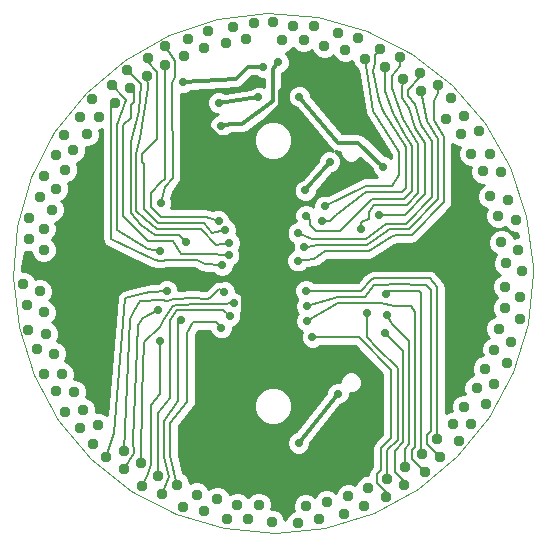
<source format=gbl>
G04 (created by PCBNEW-RS274X (2012-apr-16-27)-stable) date Mon 14 Apr 2014 09:24:50 PM EDT*
G01*
G70*
G90*
%MOIN*%
G04 Gerber Fmt 3.4, Leading zero omitted, Abs format*
%FSLAX34Y34*%
G04 APERTURE LIST*
%ADD10C,0.006000*%
%ADD11C,0.000400*%
%ADD12C,0.037000*%
%ADD13C,0.028000*%
%ADD14C,0.008000*%
%ADD15C,0.011800*%
%ADD16C,0.010000*%
G04 APERTURE END LIST*
G54D10*
G54D11*
X48032Y-39370D02*
X47867Y-41052D01*
X47378Y-42670D01*
X46584Y-44163D01*
X45516Y-45473D01*
X44213Y-46551D01*
X42726Y-47355D01*
X41111Y-47855D01*
X39430Y-48031D01*
X37747Y-47878D01*
X36126Y-47401D01*
X34628Y-46618D01*
X33310Y-45558D01*
X32223Y-44263D01*
X31409Y-42782D01*
X30898Y-41170D01*
X30709Y-39490D01*
X30851Y-37807D01*
X31317Y-36182D01*
X32090Y-34678D01*
X33140Y-33353D01*
X34427Y-32258D01*
X35903Y-31433D01*
X37510Y-30911D01*
X39189Y-30710D01*
X40874Y-30840D01*
X42502Y-31295D01*
X44011Y-32057D01*
X45343Y-33098D01*
X46448Y-34377D01*
X47283Y-35847D01*
X47816Y-37451D01*
X48028Y-39129D01*
X48032Y-39370D01*
G54D12*
X33386Y-45059D03*
X39350Y-47677D03*
X33346Y-33583D03*
X32952Y-34172D03*
X33558Y-34151D03*
X33164Y-34740D03*
X37835Y-47579D03*
X38544Y-47579D03*
X38189Y-47087D03*
X38898Y-47087D03*
X37520Y-46890D03*
X36825Y-46751D03*
X37076Y-47303D03*
X36381Y-47164D03*
X36181Y-46417D03*
X35526Y-46146D03*
X35666Y-46736D03*
X35011Y-46465D03*
X34980Y-45689D03*
X34391Y-45295D03*
X34412Y-45901D03*
X33823Y-45507D03*
X32441Y-44016D03*
X32942Y-44517D03*
X33039Y-43918D03*
X33541Y-44420D03*
X31732Y-42717D03*
X32125Y-43307D03*
X32338Y-42739D03*
X32731Y-43328D03*
X31220Y-41260D03*
X31491Y-41915D03*
X31810Y-41399D03*
X32081Y-42054D03*
X31043Y-39724D03*
X31181Y-40419D03*
X31594Y-39976D03*
X31732Y-40671D03*
X31240Y-37539D03*
X31240Y-38248D03*
X31732Y-37893D03*
X31732Y-38602D03*
X31732Y-36122D03*
X31593Y-36817D03*
X32145Y-36566D03*
X32006Y-37261D03*
X32402Y-34764D03*
X32131Y-35419D03*
X32721Y-35279D03*
X32450Y-35934D03*
X34094Y-33701D03*
X34595Y-33200D03*
X33996Y-33103D03*
X34498Y-32601D03*
X35177Y-32815D03*
X35767Y-32422D03*
X35199Y-32209D03*
X35788Y-31816D03*
X36417Y-32146D03*
X37072Y-31875D03*
X36556Y-31556D03*
X37211Y-31285D03*
X38740Y-31024D03*
X38045Y-31162D03*
X38488Y-31575D03*
X37793Y-31713D03*
X41083Y-31791D03*
X41778Y-31930D03*
X41527Y-31378D03*
X42222Y-31517D03*
X40217Y-47697D03*
X40912Y-47559D03*
X40469Y-47146D03*
X41164Y-47008D03*
X42539Y-46535D03*
X41884Y-46806D03*
X42400Y-47125D03*
X41745Y-47396D03*
X43760Y-45827D03*
X43170Y-46220D03*
X43738Y-46433D03*
X43149Y-46826D03*
X44843Y-44902D03*
X44342Y-45403D03*
X44941Y-45500D03*
X44439Y-46002D03*
X45571Y-44980D03*
X45965Y-44391D03*
X45359Y-44412D03*
X45753Y-43823D03*
X46476Y-43720D03*
X46747Y-43065D03*
X46157Y-43205D03*
X46428Y-42550D03*
X47165Y-42362D03*
X47304Y-41667D03*
X46752Y-41918D03*
X46891Y-41223D03*
X47598Y-40886D03*
X47598Y-40177D03*
X47106Y-40532D03*
X47106Y-39823D03*
X47677Y-39291D03*
X47539Y-38596D03*
X47126Y-39039D03*
X46988Y-38344D03*
X47480Y-37598D03*
X47209Y-36943D03*
X46890Y-37459D03*
X46619Y-36804D03*
X46988Y-36004D03*
X46595Y-35414D03*
X46382Y-35982D03*
X45989Y-35393D03*
X46240Y-34646D03*
X45739Y-34145D03*
X45642Y-34744D03*
X45140Y-34242D03*
X43720Y-32913D03*
X44309Y-33307D03*
X44288Y-32701D03*
X44877Y-33095D03*
X40748Y-31122D03*
X40039Y-31122D03*
X40394Y-31614D03*
X39685Y-31614D03*
X39370Y-31004D03*
X45295Y-33543D03*
X42441Y-32224D03*
X43096Y-32495D03*
X42956Y-31905D03*
X43611Y-32176D03*
G54D13*
X41102Y-37146D03*
X41004Y-37618D03*
X40472Y-37461D03*
X42323Y-37913D03*
X42894Y-37441D03*
X40217Y-38031D03*
X40423Y-38514D03*
X40207Y-38957D03*
X40472Y-39961D03*
X40492Y-40472D03*
X43140Y-40069D03*
X40512Y-40965D03*
X43169Y-40768D03*
X43110Y-41378D03*
X42500Y-40689D03*
X40689Y-41516D03*
X36388Y-33002D03*
X39045Y-32500D03*
X38888Y-33514D03*
X37559Y-33691D03*
X35630Y-37028D03*
X37559Y-37618D03*
X37776Y-37933D03*
X37923Y-38366D03*
X36457Y-38346D03*
X37894Y-38770D03*
X35591Y-38622D03*
X37677Y-39104D03*
X35827Y-39961D03*
X37756Y-40000D03*
X35531Y-40610D03*
X38061Y-40374D03*
X35610Y-41634D03*
X37933Y-40787D03*
X36319Y-40945D03*
X37648Y-41191D03*
X40453Y-36614D03*
X41260Y-35659D03*
X40246Y-33484D03*
X43051Y-35827D03*
X36417Y-44961D03*
X38406Y-43878D03*
X42559Y-34409D03*
X36909Y-34488D03*
X41535Y-43386D03*
X40226Y-45030D03*
X39547Y-32343D03*
X37638Y-34459D03*
G54D14*
X42461Y-36457D02*
X43346Y-36457D01*
X41102Y-37146D02*
X42461Y-36457D01*
X43346Y-36457D02*
X43583Y-36102D01*
X43583Y-36102D02*
X43583Y-35335D01*
X42717Y-33957D02*
X42441Y-32224D01*
X43346Y-36457D02*
X43346Y-36457D01*
X43583Y-35335D02*
X42717Y-33957D01*
X41457Y-37421D02*
X42480Y-36673D01*
X42776Y-32382D02*
X42776Y-32085D01*
X42717Y-32618D02*
X42776Y-32382D01*
X43681Y-36673D02*
X43799Y-36535D01*
X42776Y-32085D02*
X42956Y-31905D01*
X43031Y-33956D02*
X42894Y-33602D01*
X43799Y-36535D02*
X43799Y-35177D01*
X42894Y-33602D02*
X42717Y-32618D01*
X41260Y-37618D02*
X41457Y-37421D01*
X43799Y-35177D02*
X43031Y-33956D01*
X41004Y-37618D02*
X41260Y-37618D01*
X42480Y-36673D02*
X43681Y-36673D01*
X43366Y-34035D02*
X43780Y-34764D01*
X40610Y-37756D02*
X40807Y-37953D01*
X40807Y-37953D02*
X41594Y-37953D01*
X43996Y-36634D02*
X43996Y-35295D01*
X43780Y-34764D02*
X43996Y-35118D01*
X40472Y-37461D02*
X40610Y-37599D01*
X43110Y-33287D02*
X43366Y-34035D01*
X43996Y-35118D02*
X43996Y-35295D01*
X41594Y-37953D02*
X42657Y-36890D01*
X43096Y-32495D02*
X43110Y-33287D01*
X43740Y-36890D02*
X43996Y-36634D01*
X42657Y-36890D02*
X43740Y-36890D01*
X40610Y-37599D02*
X40610Y-37756D01*
X43327Y-32814D02*
X43611Y-32472D01*
X44213Y-35079D02*
X43701Y-34232D01*
X43701Y-34232D02*
X43327Y-33189D01*
X43327Y-33189D02*
X43327Y-32814D01*
X42559Y-37559D02*
X42559Y-37342D01*
X42756Y-37106D02*
X43839Y-37106D01*
X42323Y-37913D02*
X42323Y-37677D01*
X42559Y-37342D02*
X42756Y-37106D01*
X42323Y-37677D02*
X42559Y-37559D01*
X43611Y-32472D02*
X43611Y-32176D01*
X44213Y-36693D02*
X44213Y-35079D01*
X43839Y-37106D02*
X44213Y-36693D01*
X44114Y-34528D02*
X43898Y-33878D01*
X43662Y-33287D02*
X43720Y-32913D01*
X42894Y-37441D02*
X43780Y-37441D01*
X44429Y-35020D02*
X44114Y-34528D01*
X43662Y-33524D02*
X43662Y-33287D01*
X44429Y-36732D02*
X44429Y-35020D01*
X43780Y-37441D02*
X44429Y-36732D01*
X43898Y-33878D02*
X43662Y-33524D01*
X43130Y-37717D02*
X43799Y-37722D01*
X44288Y-32838D02*
X44288Y-32701D01*
X44114Y-33740D02*
X43858Y-33465D01*
X43799Y-37722D02*
X44665Y-36831D01*
X43858Y-33268D02*
X44288Y-32838D01*
X44665Y-36831D02*
X44665Y-34980D01*
X43130Y-37717D02*
X43130Y-37717D01*
X40681Y-38248D02*
X42480Y-38248D01*
X43130Y-37717D02*
X43130Y-37717D01*
X44665Y-34980D02*
X44311Y-34429D01*
X43858Y-33465D02*
X43858Y-33268D01*
X42480Y-38248D02*
X43130Y-37717D01*
X44311Y-34429D02*
X44114Y-33740D01*
X40217Y-38031D02*
X40681Y-38248D01*
X40829Y-38445D02*
X42520Y-38445D01*
X40423Y-38514D02*
X40552Y-38484D01*
X44863Y-36910D02*
X44862Y-35531D01*
X44862Y-35531D02*
X44862Y-34902D01*
X40552Y-38484D02*
X40829Y-38445D01*
X44508Y-34311D02*
X44309Y-33307D01*
X43839Y-37913D02*
X43917Y-37891D01*
X43189Y-37953D02*
X43248Y-37913D01*
X43917Y-37891D02*
X44863Y-36910D01*
X42520Y-38445D02*
X43189Y-37953D01*
X43819Y-37913D02*
X43839Y-37913D01*
X43248Y-37913D02*
X43819Y-37913D01*
X44862Y-34902D02*
X44508Y-34311D01*
X41102Y-38642D02*
X41102Y-38642D01*
X44724Y-34272D02*
X44724Y-33623D01*
X41102Y-38642D02*
X41093Y-38642D01*
X40207Y-38957D02*
X40738Y-38888D01*
X44877Y-33371D02*
X44877Y-33095D01*
X45059Y-36990D02*
X45059Y-34822D01*
X41093Y-38642D02*
X42579Y-38642D01*
X43307Y-38150D02*
X43484Y-38110D01*
X42579Y-38642D02*
X43307Y-38150D01*
X40738Y-38888D02*
X41102Y-38642D01*
X45059Y-34822D02*
X44724Y-34272D01*
X43858Y-38110D02*
X43996Y-38098D01*
X41102Y-38642D02*
X41102Y-38642D01*
X41102Y-38642D02*
X41102Y-38642D01*
X40738Y-38888D02*
X40738Y-38888D01*
X44724Y-33623D02*
X44877Y-33371D01*
X43484Y-38110D02*
X43858Y-38110D01*
X43996Y-38098D02*
X45059Y-36990D01*
X42323Y-39961D02*
X42638Y-39606D01*
X42638Y-39606D02*
X42756Y-39547D01*
X42756Y-39547D02*
X44591Y-39547D01*
X44843Y-39843D02*
X44843Y-44902D01*
X44591Y-39547D02*
X44843Y-39843D01*
X40472Y-39961D02*
X42323Y-39961D01*
X43062Y-39761D02*
X43395Y-39744D01*
X43395Y-39744D02*
X44459Y-39764D01*
X42756Y-39764D02*
X43062Y-39761D01*
X43395Y-39744D02*
X43395Y-39744D01*
X41535Y-40157D02*
X42441Y-40157D01*
X40492Y-40472D02*
X41535Y-40157D01*
X44508Y-45067D02*
X44941Y-45500D01*
X44646Y-39921D02*
X44646Y-44625D01*
X44459Y-39764D02*
X44646Y-39921D01*
X44646Y-44625D02*
X44508Y-44763D01*
X42441Y-40157D02*
X42756Y-39764D01*
X44508Y-44763D02*
X44508Y-45067D01*
X44311Y-40019D02*
X44311Y-45372D01*
X44253Y-39961D02*
X44311Y-40019D01*
X44311Y-45372D02*
X44342Y-45403D01*
X43406Y-39970D02*
X44253Y-39961D01*
X43170Y-39970D02*
X43406Y-39970D01*
X43140Y-40069D02*
X43170Y-39970D01*
X40512Y-40965D02*
X41547Y-40354D01*
X43396Y-40472D02*
X43986Y-40472D01*
X42987Y-40354D02*
X43396Y-40472D01*
X41547Y-40354D02*
X42835Y-40354D01*
X42987Y-40354D02*
X42987Y-40354D01*
X42835Y-40354D02*
X42987Y-40354D01*
X43996Y-45559D02*
X44439Y-46002D01*
X43986Y-40472D02*
X44114Y-40669D01*
X43996Y-45276D02*
X43996Y-45559D01*
X44114Y-40669D02*
X44114Y-45158D01*
X44114Y-45158D02*
X43996Y-45276D01*
X43346Y-41083D02*
X43917Y-41634D01*
X43917Y-45079D02*
X43760Y-45236D01*
X43760Y-45236D02*
X43760Y-45827D01*
X43169Y-40768D02*
X43346Y-41083D01*
X43917Y-41634D02*
X43917Y-45079D01*
X43706Y-41974D02*
X43706Y-45014D01*
X43706Y-45014D02*
X43425Y-45295D01*
X43110Y-41378D02*
X43706Y-41974D01*
X43738Y-46297D02*
X43738Y-46433D01*
X43425Y-45295D02*
X43425Y-45984D01*
X43425Y-45984D02*
X43738Y-46297D01*
X42500Y-41516D02*
X42500Y-41516D01*
X43170Y-45275D02*
X43170Y-46220D01*
X43524Y-44921D02*
X43170Y-45275D01*
X42500Y-40689D02*
X42500Y-40689D01*
X42854Y-41870D02*
X43524Y-42518D01*
X42500Y-41516D02*
X42854Y-41870D01*
X42500Y-40689D02*
X42500Y-41516D01*
X43524Y-42518D02*
X43524Y-44921D01*
X42225Y-41516D02*
X43307Y-42598D01*
X42835Y-46359D02*
X43149Y-46673D01*
X42972Y-45197D02*
X42972Y-45946D01*
X43307Y-44862D02*
X42972Y-45197D01*
X40805Y-41516D02*
X42225Y-41516D01*
X43307Y-42598D02*
X43307Y-44862D01*
X43149Y-46673D02*
X43149Y-46826D01*
X42835Y-46083D02*
X42835Y-46359D01*
X40689Y-41516D02*
X40805Y-41516D01*
X42972Y-45946D02*
X42835Y-46083D01*
G54D15*
X36388Y-33002D02*
X38150Y-32894D01*
X39045Y-32500D02*
X38544Y-32500D01*
X38544Y-32500D02*
X38150Y-32894D01*
X38888Y-33514D02*
X37559Y-33691D01*
G54D14*
X35630Y-37028D02*
X35630Y-37028D01*
X36014Y-33041D02*
X36122Y-32835D01*
X36024Y-36201D02*
X36014Y-33041D01*
X35630Y-37028D02*
X35630Y-37028D01*
X35787Y-36516D02*
X36024Y-36201D01*
X36102Y-32293D02*
X35788Y-31816D01*
X35630Y-37028D02*
X35787Y-36516D01*
X36122Y-32835D02*
X36102Y-32293D01*
X37156Y-37500D02*
X35630Y-37500D01*
X35295Y-37165D02*
X35295Y-36694D01*
X35295Y-36694D02*
X35650Y-36339D01*
X35630Y-37500D02*
X35295Y-37165D01*
X35767Y-36222D02*
X35650Y-36339D01*
X35767Y-32422D02*
X35767Y-36222D01*
X37559Y-37618D02*
X37156Y-37500D01*
X35079Y-35729D02*
X35000Y-35650D01*
X35512Y-32657D02*
X35199Y-32344D01*
X37776Y-37933D02*
X37353Y-38019D01*
X35512Y-34902D02*
X35512Y-32657D01*
X35079Y-37225D02*
X35079Y-35729D01*
X35199Y-32344D02*
X35199Y-32209D01*
X35551Y-37697D02*
X35079Y-37225D01*
X35000Y-35414D02*
X35512Y-34902D01*
X37776Y-37933D02*
X37776Y-37933D01*
X37353Y-38019D02*
X37087Y-37697D01*
X35000Y-35650D02*
X35000Y-35414D01*
X37087Y-37697D02*
X35551Y-37697D01*
X37480Y-38429D02*
X36972Y-37894D01*
X37923Y-38366D02*
X37923Y-38366D01*
X35098Y-37579D02*
X34823Y-37303D01*
X37923Y-38366D02*
X37480Y-38429D01*
X34811Y-35390D02*
X34942Y-34859D01*
X35217Y-33189D02*
X35177Y-32815D01*
X34823Y-36870D02*
X34811Y-35390D01*
X34823Y-37303D02*
X34823Y-36870D01*
X34942Y-34859D02*
X35217Y-33189D01*
X36972Y-37894D02*
X35761Y-37894D01*
X35761Y-37894D02*
X35492Y-37894D01*
X35492Y-37894D02*
X35098Y-37579D01*
X36457Y-38346D02*
X36240Y-38091D01*
X34961Y-33071D02*
X34498Y-32601D01*
X36240Y-38091D02*
X35453Y-38091D01*
X34899Y-33960D02*
X34961Y-33071D01*
X34626Y-37362D02*
X34626Y-35000D01*
X35453Y-38091D02*
X34961Y-37756D01*
X34961Y-37756D02*
X34626Y-37362D01*
X34626Y-35000D02*
X34899Y-33960D01*
X34646Y-33760D02*
X34724Y-33682D01*
X34724Y-33682D02*
X34724Y-33329D01*
X34390Y-34449D02*
X34646Y-34193D01*
X37894Y-38770D02*
X37165Y-38720D01*
X36299Y-38720D02*
X36024Y-38287D01*
X37165Y-38720D02*
X36299Y-38720D01*
X36024Y-38287D02*
X35216Y-38287D01*
X34724Y-33329D02*
X34595Y-33200D01*
X34646Y-34193D02*
X34646Y-33760D01*
X35216Y-38287D02*
X34390Y-37461D01*
X34390Y-37461D02*
X34390Y-34449D01*
X35217Y-38583D02*
X34170Y-37918D01*
X34170Y-37918D02*
X34167Y-34419D01*
X34488Y-33602D02*
X33996Y-33103D01*
X35591Y-38622D02*
X35217Y-38583D01*
X34167Y-34419D02*
X34488Y-33602D01*
X35610Y-38957D02*
X35453Y-38937D01*
X37677Y-39104D02*
X37110Y-39067D01*
X33976Y-38247D02*
X33976Y-35157D01*
X35453Y-38937D02*
X33976Y-38247D01*
X37677Y-39104D02*
X37677Y-39104D01*
X33976Y-33819D02*
X34094Y-33701D01*
X33976Y-35157D02*
X33976Y-33819D01*
X37110Y-39067D02*
X36825Y-38919D01*
X37677Y-39104D02*
X37677Y-39104D01*
X36825Y-38919D02*
X35906Y-38917D01*
X35906Y-38917D02*
X35610Y-38957D01*
X34449Y-40216D02*
X34075Y-44705D01*
X34075Y-44705D02*
X33823Y-45507D01*
X35276Y-40000D02*
X35099Y-40038D01*
X35827Y-39961D02*
X35276Y-40000D01*
X35099Y-40038D02*
X34449Y-40216D01*
X37205Y-40217D02*
X36692Y-40197D01*
X37323Y-40157D02*
X37205Y-40217D01*
X35669Y-40264D02*
X34935Y-40316D01*
X36692Y-40197D02*
X36063Y-40236D01*
X36063Y-40236D02*
X35846Y-40295D01*
X37569Y-39911D02*
X37323Y-40157D01*
X37756Y-40000D02*
X37569Y-39911D01*
X34606Y-40886D02*
X34391Y-45295D01*
X35846Y-40295D02*
X35669Y-40264D01*
X34935Y-40316D02*
X34724Y-40630D01*
X34724Y-40630D02*
X34606Y-40886D01*
X35531Y-40610D02*
X35039Y-40867D01*
X34744Y-45374D02*
X34412Y-45901D01*
X35039Y-40867D02*
X34862Y-41103D01*
X34862Y-41103D02*
X34705Y-44961D01*
X34705Y-44961D02*
X34744Y-45374D01*
X35728Y-40906D02*
X35610Y-41181D01*
X34980Y-45689D02*
X35000Y-43465D01*
X36161Y-40418D02*
X36024Y-40453D01*
X35610Y-41181D02*
X35079Y-41673D01*
X36988Y-40413D02*
X36161Y-40418D01*
X37441Y-40394D02*
X37283Y-40394D01*
X36024Y-40453D02*
X35728Y-40906D01*
X37283Y-40394D02*
X36988Y-40413D01*
X37687Y-40394D02*
X37441Y-40394D01*
X35079Y-41673D02*
X35000Y-43465D01*
X38061Y-40374D02*
X37687Y-40394D01*
X35197Y-46063D02*
X35011Y-46465D01*
X35315Y-45748D02*
X35197Y-46063D01*
X35610Y-41634D02*
X35610Y-43386D01*
X35315Y-43780D02*
X35315Y-45748D01*
X35610Y-43386D02*
X35315Y-43780D01*
X35945Y-43543D02*
X35531Y-44035D01*
X37284Y-40610D02*
X37707Y-40610D01*
X36161Y-40610D02*
X35945Y-40925D01*
X35526Y-46146D02*
X35531Y-44035D01*
X35945Y-40925D02*
X35945Y-43543D01*
X37284Y-40610D02*
X36161Y-40610D01*
X37707Y-40610D02*
X37933Y-40787D01*
X36201Y-41043D02*
X36201Y-43622D01*
X36319Y-40945D02*
X36201Y-41043D01*
X36201Y-43622D02*
X35728Y-44311D01*
X35906Y-46161D02*
X35666Y-46736D01*
X35728Y-44311D02*
X35728Y-45512D01*
X35728Y-45512D02*
X35906Y-46161D01*
X36722Y-41014D02*
X36516Y-41358D01*
X35945Y-44370D02*
X36516Y-43661D01*
X36516Y-41358D02*
X36516Y-42382D01*
X36516Y-42382D02*
X36516Y-43661D01*
X37490Y-41014D02*
X36722Y-41014D01*
X35945Y-44370D02*
X35945Y-44370D01*
X36181Y-46417D02*
X36181Y-46417D01*
X35945Y-45472D02*
X36181Y-46417D01*
X35945Y-44370D02*
X35945Y-45472D01*
X37648Y-41191D02*
X37490Y-41014D01*
G54D15*
X41260Y-35659D02*
X40453Y-36614D01*
X42211Y-35020D02*
X41531Y-35019D01*
X41531Y-35019D02*
X40246Y-33484D01*
X43051Y-35827D02*
X42211Y-35020D01*
X38386Y-42530D02*
X38022Y-43091D01*
X36909Y-34488D02*
X36929Y-35669D01*
X37225Y-34488D02*
X37570Y-34833D01*
X39960Y-32963D02*
X41113Y-32963D01*
X38406Y-43435D02*
X38406Y-43878D01*
X38543Y-34833D02*
X39616Y-33760D01*
X39616Y-33307D02*
X39960Y-32963D01*
X36909Y-34488D02*
X37225Y-34488D01*
X38022Y-43091D02*
X38406Y-43435D01*
X37570Y-34833D02*
X38543Y-34833D01*
X39616Y-33760D02*
X39616Y-33307D01*
X36929Y-35669D02*
X38386Y-36762D01*
X36417Y-44961D02*
X37244Y-44134D01*
X38386Y-36762D02*
X38386Y-42530D01*
X41113Y-32963D02*
X42559Y-34409D01*
X37244Y-44134D02*
X38406Y-43878D01*
X41535Y-43386D02*
X40226Y-45030D01*
X39370Y-32569D02*
X39547Y-32343D01*
X39370Y-33183D02*
X39370Y-32569D01*
X39370Y-33645D02*
X39370Y-33183D01*
X38326Y-34399D02*
X39370Y-33645D01*
X37985Y-34399D02*
X38326Y-34399D01*
X37985Y-34399D02*
X37638Y-34459D01*
G54D10*
G36*
X47533Y-38161D02*
X47453Y-38161D01*
X47393Y-38185D01*
X47357Y-38098D01*
X47235Y-37976D01*
X47075Y-37909D01*
X46902Y-37909D01*
X46742Y-37975D01*
X46620Y-38097D01*
X46553Y-38257D01*
X46553Y-38430D01*
X46619Y-38590D01*
X46741Y-38712D01*
X46809Y-38740D01*
X46758Y-38792D01*
X46691Y-38952D01*
X46691Y-39125D01*
X46757Y-39285D01*
X46879Y-39407D01*
X46926Y-39426D01*
X46860Y-39454D01*
X46738Y-39576D01*
X46671Y-39736D01*
X46671Y-39909D01*
X46737Y-40069D01*
X46845Y-40177D01*
X46738Y-40285D01*
X46671Y-40445D01*
X46671Y-40618D01*
X46737Y-40778D01*
X46763Y-40804D01*
X46645Y-40854D01*
X46523Y-40976D01*
X46456Y-41136D01*
X46456Y-41309D01*
X46522Y-41469D01*
X46573Y-41520D01*
X46506Y-41549D01*
X46384Y-41671D01*
X46317Y-41831D01*
X46317Y-42004D01*
X46362Y-42115D01*
X46342Y-42115D01*
X46182Y-42181D01*
X46060Y-42303D01*
X45993Y-42463D01*
X45993Y-42636D01*
X46051Y-42778D01*
X45911Y-42836D01*
X45789Y-42958D01*
X45722Y-43118D01*
X45722Y-43291D01*
X45762Y-43388D01*
X45667Y-43388D01*
X45507Y-43454D01*
X45385Y-43576D01*
X45318Y-43736D01*
X45318Y-43909D01*
X45346Y-43977D01*
X45273Y-43977D01*
X45133Y-44034D01*
X45133Y-39843D01*
X45123Y-39794D01*
X45119Y-39753D01*
X45113Y-39742D01*
X45111Y-39732D01*
X45083Y-39691D01*
X45063Y-39655D01*
X45048Y-39638D01*
X44812Y-39359D01*
X44802Y-39351D01*
X44796Y-39342D01*
X44758Y-39316D01*
X44723Y-39289D01*
X44712Y-39285D01*
X44702Y-39279D01*
X44655Y-39269D01*
X44614Y-39258D01*
X44602Y-39259D01*
X44591Y-39257D01*
X42756Y-39257D01*
X42744Y-39259D01*
X42734Y-39258D01*
X42690Y-39270D01*
X42645Y-39279D01*
X42636Y-39284D01*
X42625Y-39288D01*
X42508Y-39347D01*
X42443Y-39396D01*
X42421Y-39414D01*
X42419Y-39415D01*
X42419Y-39416D01*
X42418Y-39416D01*
X42192Y-39671D01*
X40732Y-39671D01*
X40693Y-39631D01*
X40550Y-39572D01*
X40395Y-39572D01*
X40252Y-39631D01*
X40142Y-39740D01*
X40083Y-39883D01*
X40083Y-40038D01*
X40142Y-40181D01*
X40186Y-40226D01*
X40162Y-40251D01*
X40103Y-40394D01*
X40103Y-40549D01*
X40162Y-40692D01*
X40197Y-40728D01*
X40182Y-40744D01*
X40123Y-40887D01*
X40123Y-41042D01*
X40182Y-41185D01*
X40291Y-41295D01*
X40349Y-41318D01*
X40300Y-41438D01*
X40300Y-41593D01*
X40359Y-41736D01*
X40468Y-41846D01*
X40611Y-41905D01*
X40766Y-41905D01*
X40909Y-41846D01*
X40949Y-41806D01*
X42105Y-41806D01*
X43017Y-42718D01*
X43017Y-44741D01*
X42767Y-44992D01*
X42704Y-45086D01*
X42682Y-45197D01*
X42682Y-45825D01*
X42630Y-45878D01*
X42567Y-45972D01*
X42545Y-46083D01*
X42545Y-46100D01*
X42453Y-46100D01*
X42337Y-46147D01*
X42337Y-43085D01*
X42337Y-42939D01*
X42281Y-42804D01*
X42178Y-42700D01*
X42042Y-42644D01*
X41896Y-42644D01*
X41761Y-42700D01*
X41657Y-42803D01*
X41601Y-42939D01*
X41601Y-42997D01*
X41458Y-42997D01*
X41315Y-43056D01*
X41205Y-43165D01*
X41146Y-43308D01*
X41146Y-43376D01*
X40136Y-44646D01*
X40013Y-44697D01*
X40013Y-43928D01*
X40013Y-43672D01*
X39915Y-43436D01*
X39735Y-43255D01*
X39499Y-43156D01*
X39243Y-43156D01*
X39007Y-43254D01*
X38826Y-43434D01*
X38727Y-43670D01*
X38727Y-43926D01*
X38825Y-44162D01*
X39005Y-44343D01*
X39241Y-44442D01*
X39497Y-44442D01*
X39733Y-44344D01*
X39914Y-44164D01*
X40013Y-43928D01*
X40013Y-44697D01*
X40006Y-44700D01*
X39896Y-44809D01*
X39837Y-44952D01*
X39837Y-45107D01*
X39896Y-45250D01*
X40005Y-45360D01*
X40148Y-45419D01*
X40303Y-45419D01*
X40446Y-45360D01*
X40556Y-45251D01*
X40615Y-45108D01*
X40615Y-45037D01*
X41622Y-43770D01*
X41755Y-43716D01*
X41865Y-43607D01*
X41924Y-43464D01*
X41924Y-43380D01*
X42042Y-43380D01*
X42177Y-43324D01*
X42281Y-43221D01*
X42337Y-43085D01*
X42337Y-46147D01*
X42293Y-46166D01*
X42171Y-46288D01*
X42111Y-46429D01*
X41971Y-46371D01*
X41798Y-46371D01*
X41638Y-46437D01*
X41516Y-46559D01*
X41461Y-46690D01*
X41411Y-46640D01*
X41251Y-46573D01*
X41078Y-46573D01*
X40918Y-46639D01*
X40796Y-46761D01*
X40767Y-46829D01*
X40716Y-46778D01*
X40556Y-46711D01*
X40383Y-46711D01*
X40223Y-46777D01*
X40101Y-46899D01*
X40034Y-47059D01*
X40034Y-47232D01*
X40058Y-47291D01*
X39971Y-47328D01*
X39849Y-47450D01*
X39785Y-47602D01*
X39785Y-47591D01*
X39719Y-47431D01*
X39597Y-47309D01*
X39437Y-47242D01*
X39304Y-47242D01*
X39333Y-47174D01*
X39333Y-47001D01*
X39267Y-46841D01*
X39145Y-46719D01*
X38985Y-46652D01*
X38812Y-46652D01*
X38652Y-46718D01*
X38543Y-46826D01*
X38436Y-46719D01*
X38276Y-46652D01*
X38103Y-46652D01*
X37943Y-46718D01*
X37926Y-46734D01*
X37889Y-46644D01*
X37767Y-46522D01*
X37607Y-46455D01*
X37434Y-46455D01*
X37274Y-46521D01*
X37222Y-46572D01*
X37194Y-46505D01*
X37072Y-46383D01*
X36912Y-46316D01*
X36739Y-46316D01*
X36616Y-46366D01*
X36616Y-46331D01*
X36550Y-46171D01*
X36428Y-46049D01*
X36382Y-46030D01*
X36235Y-45438D01*
X36235Y-44472D01*
X36721Y-43866D01*
X36741Y-43843D01*
X36757Y-43811D01*
X36784Y-43772D01*
X36787Y-43754D01*
X36794Y-43742D01*
X36796Y-43707D01*
X36806Y-43661D01*
X36806Y-42382D01*
X36806Y-41438D01*
X36886Y-41304D01*
X37273Y-41304D01*
X37318Y-41411D01*
X37427Y-41521D01*
X37570Y-41580D01*
X37725Y-41580D01*
X37868Y-41521D01*
X37978Y-41412D01*
X38037Y-41269D01*
X38037Y-41164D01*
X38153Y-41117D01*
X38263Y-41008D01*
X38322Y-40865D01*
X38322Y-40710D01*
X38308Y-40676D01*
X38391Y-40595D01*
X38450Y-40452D01*
X38450Y-40297D01*
X38391Y-40154D01*
X38282Y-40044D01*
X38145Y-39987D01*
X38145Y-39923D01*
X38086Y-39780D01*
X37977Y-39670D01*
X37834Y-39611D01*
X37679Y-39611D01*
X37627Y-39632D01*
X37584Y-39621D01*
X37572Y-39622D01*
X37568Y-39622D01*
X37537Y-39628D01*
X37472Y-39638D01*
X37464Y-39642D01*
X37457Y-39644D01*
X37422Y-39666D01*
X37375Y-39695D01*
X37369Y-39702D01*
X37363Y-39707D01*
X37150Y-39919D01*
X37141Y-39924D01*
X36703Y-39907D01*
X36686Y-39909D01*
X36674Y-39908D01*
X36216Y-39936D01*
X36216Y-39884D01*
X36157Y-39741D01*
X36048Y-39631D01*
X35905Y-39572D01*
X35750Y-39572D01*
X35607Y-39631D01*
X35547Y-39690D01*
X35256Y-39711D01*
X35234Y-39716D01*
X35215Y-39717D01*
X35038Y-39754D01*
X35027Y-39758D01*
X35022Y-39759D01*
X34372Y-39936D01*
X34364Y-39939D01*
X34364Y-39940D01*
X34363Y-39940D01*
X34271Y-39987D01*
X34197Y-40072D01*
X34161Y-40180D01*
X34162Y-40199D01*
X33834Y-44098D01*
X33788Y-44052D01*
X33628Y-43985D01*
X33474Y-43985D01*
X33474Y-43832D01*
X33408Y-43672D01*
X33286Y-43550D01*
X33135Y-43487D01*
X33166Y-43415D01*
X33166Y-43242D01*
X33100Y-43082D01*
X32978Y-42960D01*
X32818Y-42893D01*
X32744Y-42893D01*
X32773Y-42826D01*
X32773Y-42653D01*
X32707Y-42493D01*
X32585Y-42371D01*
X32439Y-42310D01*
X32449Y-42301D01*
X32516Y-42141D01*
X32516Y-41968D01*
X32450Y-41808D01*
X32328Y-41686D01*
X32186Y-41626D01*
X32245Y-41486D01*
X32245Y-41313D01*
X32179Y-41153D01*
X32057Y-41031D01*
X32007Y-41010D01*
X32100Y-40918D01*
X32167Y-40758D01*
X32167Y-40585D01*
X32101Y-40425D01*
X31979Y-40303D01*
X31910Y-40274D01*
X31962Y-40223D01*
X32029Y-40063D01*
X32029Y-39890D01*
X31963Y-39730D01*
X31841Y-39608D01*
X31681Y-39541D01*
X31508Y-39541D01*
X31448Y-39565D01*
X31412Y-39478D01*
X31290Y-39356D01*
X31130Y-39289D01*
X30998Y-39289D01*
X31003Y-39173D01*
X31104Y-38662D01*
X31153Y-38683D01*
X31297Y-38683D01*
X31297Y-38688D01*
X31363Y-38848D01*
X31485Y-38970D01*
X31645Y-39037D01*
X31818Y-39037D01*
X31978Y-38971D01*
X32100Y-38849D01*
X32167Y-38689D01*
X32167Y-38516D01*
X32101Y-38356D01*
X31992Y-38247D01*
X32100Y-38140D01*
X32167Y-37980D01*
X32167Y-37807D01*
X32116Y-37685D01*
X32252Y-37630D01*
X32374Y-37508D01*
X32441Y-37348D01*
X32441Y-37175D01*
X32375Y-37015D01*
X32323Y-36963D01*
X32391Y-36935D01*
X32513Y-36813D01*
X32580Y-36653D01*
X32580Y-36480D01*
X32534Y-36369D01*
X32536Y-36369D01*
X32696Y-36303D01*
X32818Y-36181D01*
X32885Y-36021D01*
X32885Y-35848D01*
X32826Y-35705D01*
X32967Y-35648D01*
X33089Y-35526D01*
X33156Y-35366D01*
X33156Y-35193D01*
X33148Y-35175D01*
X33250Y-35175D01*
X33410Y-35109D01*
X33532Y-34987D01*
X33599Y-34827D01*
X33599Y-34654D01*
X33570Y-34586D01*
X33644Y-34586D01*
X33686Y-34568D01*
X33686Y-35157D01*
X33686Y-38234D01*
X33686Y-38247D01*
X33697Y-38302D01*
X33704Y-38346D01*
X33706Y-38350D01*
X33708Y-38358D01*
X33737Y-38401D01*
X33762Y-38443D01*
X33767Y-38447D01*
X33771Y-38452D01*
X33806Y-38476D01*
X33853Y-38510D01*
X33865Y-38515D01*
X35308Y-39188D01*
X35309Y-39189D01*
X35310Y-39189D01*
X35331Y-39199D01*
X35359Y-39206D01*
X35416Y-39225D01*
X35573Y-39245D01*
X35616Y-39241D01*
X35649Y-39244D01*
X35921Y-39207D01*
X36755Y-39208D01*
X36977Y-39324D01*
X36978Y-39324D01*
X36982Y-39327D01*
X37032Y-39340D01*
X37085Y-39356D01*
X37089Y-39355D01*
X37091Y-39356D01*
X37398Y-39376D01*
X37456Y-39434D01*
X37599Y-39493D01*
X37754Y-39493D01*
X37897Y-39434D01*
X38007Y-39325D01*
X38066Y-39182D01*
X38066Y-39119D01*
X38114Y-39100D01*
X38224Y-38991D01*
X38283Y-38848D01*
X38283Y-38693D01*
X38243Y-38596D01*
X38253Y-38587D01*
X38312Y-38444D01*
X38312Y-38289D01*
X38253Y-38146D01*
X38151Y-38043D01*
X38165Y-38011D01*
X38165Y-37856D01*
X38106Y-37713D01*
X37997Y-37603D01*
X37948Y-37582D01*
X37948Y-37541D01*
X37889Y-37398D01*
X37780Y-37288D01*
X37637Y-37229D01*
X37482Y-37229D01*
X37390Y-37266D01*
X37237Y-37222D01*
X37199Y-37218D01*
X37156Y-37210D01*
X35976Y-37210D01*
X36019Y-37106D01*
X36019Y-36951D01*
X35983Y-36864D01*
X36048Y-36651D01*
X36256Y-36376D01*
X36271Y-36343D01*
X36293Y-36311D01*
X36297Y-36290D01*
X36305Y-36274D01*
X36306Y-36241D01*
X36315Y-36200D01*
X36305Y-33389D01*
X36310Y-33391D01*
X36465Y-33391D01*
X36608Y-33332D01*
X36644Y-33295D01*
X38169Y-33203D01*
X38234Y-33185D01*
X38268Y-33179D01*
X38274Y-33174D01*
X38285Y-33172D01*
X38333Y-33135D01*
X38368Y-33112D01*
X38381Y-33099D01*
X38671Y-32809D01*
X38803Y-32809D01*
X38824Y-32830D01*
X38967Y-32889D01*
X39061Y-32889D01*
X39061Y-33164D01*
X38966Y-33125D01*
X38811Y-33125D01*
X38668Y-33184D01*
X38613Y-33238D01*
X37759Y-33352D01*
X37637Y-33302D01*
X37482Y-33302D01*
X37339Y-33361D01*
X37229Y-33470D01*
X37170Y-33613D01*
X37170Y-33768D01*
X37229Y-33911D01*
X37338Y-34021D01*
X37481Y-34080D01*
X37536Y-34080D01*
X37418Y-34129D01*
X37308Y-34238D01*
X37249Y-34381D01*
X37249Y-34536D01*
X37308Y-34679D01*
X37417Y-34789D01*
X37560Y-34848D01*
X37715Y-34848D01*
X37858Y-34789D01*
X37924Y-34723D01*
X38013Y-34708D01*
X38326Y-34708D01*
X38365Y-34700D01*
X38397Y-34699D01*
X38419Y-34688D01*
X38444Y-34684D01*
X38470Y-34666D01*
X38507Y-34650D01*
X39551Y-33897D01*
X39572Y-33873D01*
X39588Y-33863D01*
X39604Y-33837D01*
X39632Y-33808D01*
X39640Y-33784D01*
X39655Y-33763D01*
X39662Y-33725D01*
X39674Y-33695D01*
X39673Y-33673D01*
X39679Y-33645D01*
X39679Y-33183D01*
X39679Y-32709D01*
X39767Y-32673D01*
X39877Y-32564D01*
X39936Y-32421D01*
X39936Y-32266D01*
X39877Y-32123D01*
X39794Y-32039D01*
X39931Y-31983D01*
X40039Y-31874D01*
X40147Y-31982D01*
X40307Y-32049D01*
X40480Y-32049D01*
X40640Y-31983D01*
X40676Y-31946D01*
X40714Y-32037D01*
X40836Y-32159D01*
X40996Y-32226D01*
X41169Y-32226D01*
X41329Y-32160D01*
X41380Y-32108D01*
X41409Y-32176D01*
X41531Y-32298D01*
X41691Y-32365D01*
X41864Y-32365D01*
X42006Y-32306D01*
X42006Y-32310D01*
X42072Y-32470D01*
X42194Y-32592D01*
X42206Y-32597D01*
X42429Y-34002D01*
X42468Y-34108D01*
X42471Y-34111D01*
X43293Y-35420D01*
X43293Y-35518D01*
X43272Y-35497D01*
X43129Y-35438D01*
X43091Y-35438D01*
X42425Y-34797D01*
X42354Y-34752D01*
X42329Y-34735D01*
X42326Y-34734D01*
X42324Y-34733D01*
X42290Y-34727D01*
X42212Y-34711D01*
X41674Y-34710D01*
X40635Y-33467D01*
X40635Y-33407D01*
X40576Y-33264D01*
X40467Y-33154D01*
X40324Y-33095D01*
X40169Y-33095D01*
X40026Y-33154D01*
X39916Y-33263D01*
X39857Y-33406D01*
X39857Y-33561D01*
X39916Y-33704D01*
X40025Y-33814D01*
X40168Y-33873D01*
X41292Y-35217D01*
X41308Y-35229D01*
X41313Y-35237D01*
X41341Y-35256D01*
X41382Y-35288D01*
X41338Y-35270D01*
X41183Y-35270D01*
X41040Y-35329D01*
X40930Y-35438D01*
X40871Y-35581D01*
X40871Y-35641D01*
X40377Y-36225D01*
X40376Y-36225D01*
X40233Y-36284D01*
X40123Y-36393D01*
X40064Y-36536D01*
X40064Y-36691D01*
X40123Y-36834D01*
X40232Y-36944D01*
X40375Y-37003D01*
X40530Y-37003D01*
X40673Y-36944D01*
X40783Y-36835D01*
X40842Y-36692D01*
X40842Y-36632D01*
X41336Y-36048D01*
X41337Y-36048D01*
X41480Y-35989D01*
X41590Y-35880D01*
X41649Y-35737D01*
X41649Y-35582D01*
X41590Y-35439D01*
X41481Y-35329D01*
X41427Y-35307D01*
X41460Y-35313D01*
X41502Y-35326D01*
X41513Y-35324D01*
X41530Y-35328D01*
X41601Y-35328D01*
X41601Y-35407D01*
X41657Y-35542D01*
X41760Y-35646D01*
X41896Y-35702D01*
X42042Y-35702D01*
X42177Y-35646D01*
X42281Y-35543D01*
X42288Y-35524D01*
X42662Y-35883D01*
X42662Y-35904D01*
X42721Y-36047D01*
X42830Y-36157D01*
X42854Y-36167D01*
X42461Y-36167D01*
X42449Y-36169D01*
X42438Y-36168D01*
X42391Y-36180D01*
X42350Y-36189D01*
X42341Y-36194D01*
X42329Y-36198D01*
X41206Y-36767D01*
X41180Y-36757D01*
X41025Y-36757D01*
X40882Y-36816D01*
X40772Y-36925D01*
X40713Y-37068D01*
X40713Y-37151D01*
X40693Y-37131D01*
X40550Y-37072D01*
X40395Y-37072D01*
X40252Y-37131D01*
X40142Y-37240D01*
X40083Y-37383D01*
X40083Y-37538D01*
X40127Y-37646D01*
X40013Y-37694D01*
X40013Y-35070D01*
X40013Y-34814D01*
X39915Y-34578D01*
X39735Y-34397D01*
X39499Y-34298D01*
X39243Y-34298D01*
X39007Y-34396D01*
X38826Y-34576D01*
X38727Y-34812D01*
X38727Y-35068D01*
X38825Y-35304D01*
X39005Y-35485D01*
X39241Y-35584D01*
X39497Y-35584D01*
X39733Y-35486D01*
X39914Y-35306D01*
X40013Y-35070D01*
X40013Y-37694D01*
X39997Y-37701D01*
X39887Y-37810D01*
X39828Y-37953D01*
X39828Y-38108D01*
X39887Y-38251D01*
X39996Y-38361D01*
X40054Y-38385D01*
X40034Y-38436D01*
X40034Y-38591D01*
X40039Y-38605D01*
X39987Y-38627D01*
X39877Y-38736D01*
X39818Y-38879D01*
X39818Y-39034D01*
X39877Y-39177D01*
X39986Y-39287D01*
X40129Y-39346D01*
X40284Y-39346D01*
X40427Y-39287D01*
X40503Y-39211D01*
X40775Y-39176D01*
X40786Y-39172D01*
X40796Y-39172D01*
X40820Y-39161D01*
X40849Y-39156D01*
X40863Y-39146D01*
X40882Y-39140D01*
X40890Y-39132D01*
X40901Y-39128D01*
X41190Y-38932D01*
X42579Y-38932D01*
X42607Y-38926D01*
X42637Y-38926D01*
X42661Y-38915D01*
X42690Y-38910D01*
X42714Y-38893D01*
X42742Y-38882D01*
X43422Y-38421D01*
X43516Y-38400D01*
X43858Y-38400D01*
X43870Y-38397D01*
X43883Y-38399D01*
X44002Y-38388D01*
X44021Y-38387D01*
X44059Y-38375D01*
X44113Y-38364D01*
X44123Y-38356D01*
X44129Y-38355D01*
X44154Y-38334D01*
X44205Y-38299D01*
X44218Y-38284D01*
X45264Y-37195D01*
X45268Y-37191D01*
X45292Y-37153D01*
X45327Y-37101D01*
X45327Y-37096D01*
X45329Y-37095D01*
X45334Y-37065D01*
X45349Y-36990D01*
X45349Y-35066D01*
X45395Y-35112D01*
X45555Y-35179D01*
X45607Y-35179D01*
X45554Y-35306D01*
X45554Y-35479D01*
X45620Y-35639D01*
X45742Y-35761D01*
X45902Y-35828D01*
X45975Y-35828D01*
X45947Y-35895D01*
X45947Y-36068D01*
X46013Y-36228D01*
X46135Y-36350D01*
X46295Y-36417D01*
X46416Y-36417D01*
X46373Y-36435D01*
X46251Y-36557D01*
X46184Y-36717D01*
X46184Y-36890D01*
X46250Y-37050D01*
X46372Y-37172D01*
X46513Y-37231D01*
X46455Y-37372D01*
X46455Y-37545D01*
X46521Y-37705D01*
X46643Y-37827D01*
X46803Y-37894D01*
X46976Y-37894D01*
X47108Y-37839D01*
X47111Y-37844D01*
X47233Y-37966D01*
X47393Y-38033D01*
X47507Y-38033D01*
X47533Y-38161D01*
X47533Y-38161D01*
G37*
G54D16*
X47533Y-38161D02*
X47453Y-38161D01*
X47393Y-38185D01*
X47357Y-38098D01*
X47235Y-37976D01*
X47075Y-37909D01*
X46902Y-37909D01*
X46742Y-37975D01*
X46620Y-38097D01*
X46553Y-38257D01*
X46553Y-38430D01*
X46619Y-38590D01*
X46741Y-38712D01*
X46809Y-38740D01*
X46758Y-38792D01*
X46691Y-38952D01*
X46691Y-39125D01*
X46757Y-39285D01*
X46879Y-39407D01*
X46926Y-39426D01*
X46860Y-39454D01*
X46738Y-39576D01*
X46671Y-39736D01*
X46671Y-39909D01*
X46737Y-40069D01*
X46845Y-40177D01*
X46738Y-40285D01*
X46671Y-40445D01*
X46671Y-40618D01*
X46737Y-40778D01*
X46763Y-40804D01*
X46645Y-40854D01*
X46523Y-40976D01*
X46456Y-41136D01*
X46456Y-41309D01*
X46522Y-41469D01*
X46573Y-41520D01*
X46506Y-41549D01*
X46384Y-41671D01*
X46317Y-41831D01*
X46317Y-42004D01*
X46362Y-42115D01*
X46342Y-42115D01*
X46182Y-42181D01*
X46060Y-42303D01*
X45993Y-42463D01*
X45993Y-42636D01*
X46051Y-42778D01*
X45911Y-42836D01*
X45789Y-42958D01*
X45722Y-43118D01*
X45722Y-43291D01*
X45762Y-43388D01*
X45667Y-43388D01*
X45507Y-43454D01*
X45385Y-43576D01*
X45318Y-43736D01*
X45318Y-43909D01*
X45346Y-43977D01*
X45273Y-43977D01*
X45133Y-44034D01*
X45133Y-39843D01*
X45123Y-39794D01*
X45119Y-39753D01*
X45113Y-39742D01*
X45111Y-39732D01*
X45083Y-39691D01*
X45063Y-39655D01*
X45048Y-39638D01*
X44812Y-39359D01*
X44802Y-39351D01*
X44796Y-39342D01*
X44758Y-39316D01*
X44723Y-39289D01*
X44712Y-39285D01*
X44702Y-39279D01*
X44655Y-39269D01*
X44614Y-39258D01*
X44602Y-39259D01*
X44591Y-39257D01*
X42756Y-39257D01*
X42744Y-39259D01*
X42734Y-39258D01*
X42690Y-39270D01*
X42645Y-39279D01*
X42636Y-39284D01*
X42625Y-39288D01*
X42508Y-39347D01*
X42443Y-39396D01*
X42421Y-39414D01*
X42419Y-39415D01*
X42419Y-39416D01*
X42418Y-39416D01*
X42192Y-39671D01*
X40732Y-39671D01*
X40693Y-39631D01*
X40550Y-39572D01*
X40395Y-39572D01*
X40252Y-39631D01*
X40142Y-39740D01*
X40083Y-39883D01*
X40083Y-40038D01*
X40142Y-40181D01*
X40186Y-40226D01*
X40162Y-40251D01*
X40103Y-40394D01*
X40103Y-40549D01*
X40162Y-40692D01*
X40197Y-40728D01*
X40182Y-40744D01*
X40123Y-40887D01*
X40123Y-41042D01*
X40182Y-41185D01*
X40291Y-41295D01*
X40349Y-41318D01*
X40300Y-41438D01*
X40300Y-41593D01*
X40359Y-41736D01*
X40468Y-41846D01*
X40611Y-41905D01*
X40766Y-41905D01*
X40909Y-41846D01*
X40949Y-41806D01*
X42105Y-41806D01*
X43017Y-42718D01*
X43017Y-44741D01*
X42767Y-44992D01*
X42704Y-45086D01*
X42682Y-45197D01*
X42682Y-45825D01*
X42630Y-45878D01*
X42567Y-45972D01*
X42545Y-46083D01*
X42545Y-46100D01*
X42453Y-46100D01*
X42337Y-46147D01*
X42337Y-43085D01*
X42337Y-42939D01*
X42281Y-42804D01*
X42178Y-42700D01*
X42042Y-42644D01*
X41896Y-42644D01*
X41761Y-42700D01*
X41657Y-42803D01*
X41601Y-42939D01*
X41601Y-42997D01*
X41458Y-42997D01*
X41315Y-43056D01*
X41205Y-43165D01*
X41146Y-43308D01*
X41146Y-43376D01*
X40136Y-44646D01*
X40013Y-44697D01*
X40013Y-43928D01*
X40013Y-43672D01*
X39915Y-43436D01*
X39735Y-43255D01*
X39499Y-43156D01*
X39243Y-43156D01*
X39007Y-43254D01*
X38826Y-43434D01*
X38727Y-43670D01*
X38727Y-43926D01*
X38825Y-44162D01*
X39005Y-44343D01*
X39241Y-44442D01*
X39497Y-44442D01*
X39733Y-44344D01*
X39914Y-44164D01*
X40013Y-43928D01*
X40013Y-44697D01*
X40006Y-44700D01*
X39896Y-44809D01*
X39837Y-44952D01*
X39837Y-45107D01*
X39896Y-45250D01*
X40005Y-45360D01*
X40148Y-45419D01*
X40303Y-45419D01*
X40446Y-45360D01*
X40556Y-45251D01*
X40615Y-45108D01*
X40615Y-45037D01*
X41622Y-43770D01*
X41755Y-43716D01*
X41865Y-43607D01*
X41924Y-43464D01*
X41924Y-43380D01*
X42042Y-43380D01*
X42177Y-43324D01*
X42281Y-43221D01*
X42337Y-43085D01*
X42337Y-46147D01*
X42293Y-46166D01*
X42171Y-46288D01*
X42111Y-46429D01*
X41971Y-46371D01*
X41798Y-46371D01*
X41638Y-46437D01*
X41516Y-46559D01*
X41461Y-46690D01*
X41411Y-46640D01*
X41251Y-46573D01*
X41078Y-46573D01*
X40918Y-46639D01*
X40796Y-46761D01*
X40767Y-46829D01*
X40716Y-46778D01*
X40556Y-46711D01*
X40383Y-46711D01*
X40223Y-46777D01*
X40101Y-46899D01*
X40034Y-47059D01*
X40034Y-47232D01*
X40058Y-47291D01*
X39971Y-47328D01*
X39849Y-47450D01*
X39785Y-47602D01*
X39785Y-47591D01*
X39719Y-47431D01*
X39597Y-47309D01*
X39437Y-47242D01*
X39304Y-47242D01*
X39333Y-47174D01*
X39333Y-47001D01*
X39267Y-46841D01*
X39145Y-46719D01*
X38985Y-46652D01*
X38812Y-46652D01*
X38652Y-46718D01*
X38543Y-46826D01*
X38436Y-46719D01*
X38276Y-46652D01*
X38103Y-46652D01*
X37943Y-46718D01*
X37926Y-46734D01*
X37889Y-46644D01*
X37767Y-46522D01*
X37607Y-46455D01*
X37434Y-46455D01*
X37274Y-46521D01*
X37222Y-46572D01*
X37194Y-46505D01*
X37072Y-46383D01*
X36912Y-46316D01*
X36739Y-46316D01*
X36616Y-46366D01*
X36616Y-46331D01*
X36550Y-46171D01*
X36428Y-46049D01*
X36382Y-46030D01*
X36235Y-45438D01*
X36235Y-44472D01*
X36721Y-43866D01*
X36741Y-43843D01*
X36757Y-43811D01*
X36784Y-43772D01*
X36787Y-43754D01*
X36794Y-43742D01*
X36796Y-43707D01*
X36806Y-43661D01*
X36806Y-42382D01*
X36806Y-41438D01*
X36886Y-41304D01*
X37273Y-41304D01*
X37318Y-41411D01*
X37427Y-41521D01*
X37570Y-41580D01*
X37725Y-41580D01*
X37868Y-41521D01*
X37978Y-41412D01*
X38037Y-41269D01*
X38037Y-41164D01*
X38153Y-41117D01*
X38263Y-41008D01*
X38322Y-40865D01*
X38322Y-40710D01*
X38308Y-40676D01*
X38391Y-40595D01*
X38450Y-40452D01*
X38450Y-40297D01*
X38391Y-40154D01*
X38282Y-40044D01*
X38145Y-39987D01*
X38145Y-39923D01*
X38086Y-39780D01*
X37977Y-39670D01*
X37834Y-39611D01*
X37679Y-39611D01*
X37627Y-39632D01*
X37584Y-39621D01*
X37572Y-39622D01*
X37568Y-39622D01*
X37537Y-39628D01*
X37472Y-39638D01*
X37464Y-39642D01*
X37457Y-39644D01*
X37422Y-39666D01*
X37375Y-39695D01*
X37369Y-39702D01*
X37363Y-39707D01*
X37150Y-39919D01*
X37141Y-39924D01*
X36703Y-39907D01*
X36686Y-39909D01*
X36674Y-39908D01*
X36216Y-39936D01*
X36216Y-39884D01*
X36157Y-39741D01*
X36048Y-39631D01*
X35905Y-39572D01*
X35750Y-39572D01*
X35607Y-39631D01*
X35547Y-39690D01*
X35256Y-39711D01*
X35234Y-39716D01*
X35215Y-39717D01*
X35038Y-39754D01*
X35027Y-39758D01*
X35022Y-39759D01*
X34372Y-39936D01*
X34364Y-39939D01*
X34364Y-39940D01*
X34363Y-39940D01*
X34271Y-39987D01*
X34197Y-40072D01*
X34161Y-40180D01*
X34162Y-40199D01*
X33834Y-44098D01*
X33788Y-44052D01*
X33628Y-43985D01*
X33474Y-43985D01*
X33474Y-43832D01*
X33408Y-43672D01*
X33286Y-43550D01*
X33135Y-43487D01*
X33166Y-43415D01*
X33166Y-43242D01*
X33100Y-43082D01*
X32978Y-42960D01*
X32818Y-42893D01*
X32744Y-42893D01*
X32773Y-42826D01*
X32773Y-42653D01*
X32707Y-42493D01*
X32585Y-42371D01*
X32439Y-42310D01*
X32449Y-42301D01*
X32516Y-42141D01*
X32516Y-41968D01*
X32450Y-41808D01*
X32328Y-41686D01*
X32186Y-41626D01*
X32245Y-41486D01*
X32245Y-41313D01*
X32179Y-41153D01*
X32057Y-41031D01*
X32007Y-41010D01*
X32100Y-40918D01*
X32167Y-40758D01*
X32167Y-40585D01*
X32101Y-40425D01*
X31979Y-40303D01*
X31910Y-40274D01*
X31962Y-40223D01*
X32029Y-40063D01*
X32029Y-39890D01*
X31963Y-39730D01*
X31841Y-39608D01*
X31681Y-39541D01*
X31508Y-39541D01*
X31448Y-39565D01*
X31412Y-39478D01*
X31290Y-39356D01*
X31130Y-39289D01*
X30998Y-39289D01*
X31003Y-39173D01*
X31104Y-38662D01*
X31153Y-38683D01*
X31297Y-38683D01*
X31297Y-38688D01*
X31363Y-38848D01*
X31485Y-38970D01*
X31645Y-39037D01*
X31818Y-39037D01*
X31978Y-38971D01*
X32100Y-38849D01*
X32167Y-38689D01*
X32167Y-38516D01*
X32101Y-38356D01*
X31992Y-38247D01*
X32100Y-38140D01*
X32167Y-37980D01*
X32167Y-37807D01*
X32116Y-37685D01*
X32252Y-37630D01*
X32374Y-37508D01*
X32441Y-37348D01*
X32441Y-37175D01*
X32375Y-37015D01*
X32323Y-36963D01*
X32391Y-36935D01*
X32513Y-36813D01*
X32580Y-36653D01*
X32580Y-36480D01*
X32534Y-36369D01*
X32536Y-36369D01*
X32696Y-36303D01*
X32818Y-36181D01*
X32885Y-36021D01*
X32885Y-35848D01*
X32826Y-35705D01*
X32967Y-35648D01*
X33089Y-35526D01*
X33156Y-35366D01*
X33156Y-35193D01*
X33148Y-35175D01*
X33250Y-35175D01*
X33410Y-35109D01*
X33532Y-34987D01*
X33599Y-34827D01*
X33599Y-34654D01*
X33570Y-34586D01*
X33644Y-34586D01*
X33686Y-34568D01*
X33686Y-35157D01*
X33686Y-38234D01*
X33686Y-38247D01*
X33697Y-38302D01*
X33704Y-38346D01*
X33706Y-38350D01*
X33708Y-38358D01*
X33737Y-38401D01*
X33762Y-38443D01*
X33767Y-38447D01*
X33771Y-38452D01*
X33806Y-38476D01*
X33853Y-38510D01*
X33865Y-38515D01*
X35308Y-39188D01*
X35309Y-39189D01*
X35310Y-39189D01*
X35331Y-39199D01*
X35359Y-39206D01*
X35416Y-39225D01*
X35573Y-39245D01*
X35616Y-39241D01*
X35649Y-39244D01*
X35921Y-39207D01*
X36755Y-39208D01*
X36977Y-39324D01*
X36978Y-39324D01*
X36982Y-39327D01*
X37032Y-39340D01*
X37085Y-39356D01*
X37089Y-39355D01*
X37091Y-39356D01*
X37398Y-39376D01*
X37456Y-39434D01*
X37599Y-39493D01*
X37754Y-39493D01*
X37897Y-39434D01*
X38007Y-39325D01*
X38066Y-39182D01*
X38066Y-39119D01*
X38114Y-39100D01*
X38224Y-38991D01*
X38283Y-38848D01*
X38283Y-38693D01*
X38243Y-38596D01*
X38253Y-38587D01*
X38312Y-38444D01*
X38312Y-38289D01*
X38253Y-38146D01*
X38151Y-38043D01*
X38165Y-38011D01*
X38165Y-37856D01*
X38106Y-37713D01*
X37997Y-37603D01*
X37948Y-37582D01*
X37948Y-37541D01*
X37889Y-37398D01*
X37780Y-37288D01*
X37637Y-37229D01*
X37482Y-37229D01*
X37390Y-37266D01*
X37237Y-37222D01*
X37199Y-37218D01*
X37156Y-37210D01*
X35976Y-37210D01*
X36019Y-37106D01*
X36019Y-36951D01*
X35983Y-36864D01*
X36048Y-36651D01*
X36256Y-36376D01*
X36271Y-36343D01*
X36293Y-36311D01*
X36297Y-36290D01*
X36305Y-36274D01*
X36306Y-36241D01*
X36315Y-36200D01*
X36305Y-33389D01*
X36310Y-33391D01*
X36465Y-33391D01*
X36608Y-33332D01*
X36644Y-33295D01*
X38169Y-33203D01*
X38234Y-33185D01*
X38268Y-33179D01*
X38274Y-33174D01*
X38285Y-33172D01*
X38333Y-33135D01*
X38368Y-33112D01*
X38381Y-33099D01*
X38671Y-32809D01*
X38803Y-32809D01*
X38824Y-32830D01*
X38967Y-32889D01*
X39061Y-32889D01*
X39061Y-33164D01*
X38966Y-33125D01*
X38811Y-33125D01*
X38668Y-33184D01*
X38613Y-33238D01*
X37759Y-33352D01*
X37637Y-33302D01*
X37482Y-33302D01*
X37339Y-33361D01*
X37229Y-33470D01*
X37170Y-33613D01*
X37170Y-33768D01*
X37229Y-33911D01*
X37338Y-34021D01*
X37481Y-34080D01*
X37536Y-34080D01*
X37418Y-34129D01*
X37308Y-34238D01*
X37249Y-34381D01*
X37249Y-34536D01*
X37308Y-34679D01*
X37417Y-34789D01*
X37560Y-34848D01*
X37715Y-34848D01*
X37858Y-34789D01*
X37924Y-34723D01*
X38013Y-34708D01*
X38326Y-34708D01*
X38365Y-34700D01*
X38397Y-34699D01*
X38419Y-34688D01*
X38444Y-34684D01*
X38470Y-34666D01*
X38507Y-34650D01*
X39551Y-33897D01*
X39572Y-33873D01*
X39588Y-33863D01*
X39604Y-33837D01*
X39632Y-33808D01*
X39640Y-33784D01*
X39655Y-33763D01*
X39662Y-33725D01*
X39674Y-33695D01*
X39673Y-33673D01*
X39679Y-33645D01*
X39679Y-33183D01*
X39679Y-32709D01*
X39767Y-32673D01*
X39877Y-32564D01*
X39936Y-32421D01*
X39936Y-32266D01*
X39877Y-32123D01*
X39794Y-32039D01*
X39931Y-31983D01*
X40039Y-31874D01*
X40147Y-31982D01*
X40307Y-32049D01*
X40480Y-32049D01*
X40640Y-31983D01*
X40676Y-31946D01*
X40714Y-32037D01*
X40836Y-32159D01*
X40996Y-32226D01*
X41169Y-32226D01*
X41329Y-32160D01*
X41380Y-32108D01*
X41409Y-32176D01*
X41531Y-32298D01*
X41691Y-32365D01*
X41864Y-32365D01*
X42006Y-32306D01*
X42006Y-32310D01*
X42072Y-32470D01*
X42194Y-32592D01*
X42206Y-32597D01*
X42429Y-34002D01*
X42468Y-34108D01*
X42471Y-34111D01*
X43293Y-35420D01*
X43293Y-35518D01*
X43272Y-35497D01*
X43129Y-35438D01*
X43091Y-35438D01*
X42425Y-34797D01*
X42354Y-34752D01*
X42329Y-34735D01*
X42326Y-34734D01*
X42324Y-34733D01*
X42290Y-34727D01*
X42212Y-34711D01*
X41674Y-34710D01*
X40635Y-33467D01*
X40635Y-33407D01*
X40576Y-33264D01*
X40467Y-33154D01*
X40324Y-33095D01*
X40169Y-33095D01*
X40026Y-33154D01*
X39916Y-33263D01*
X39857Y-33406D01*
X39857Y-33561D01*
X39916Y-33704D01*
X40025Y-33814D01*
X40168Y-33873D01*
X41292Y-35217D01*
X41308Y-35229D01*
X41313Y-35237D01*
X41341Y-35256D01*
X41382Y-35288D01*
X41338Y-35270D01*
X41183Y-35270D01*
X41040Y-35329D01*
X40930Y-35438D01*
X40871Y-35581D01*
X40871Y-35641D01*
X40377Y-36225D01*
X40376Y-36225D01*
X40233Y-36284D01*
X40123Y-36393D01*
X40064Y-36536D01*
X40064Y-36691D01*
X40123Y-36834D01*
X40232Y-36944D01*
X40375Y-37003D01*
X40530Y-37003D01*
X40673Y-36944D01*
X40783Y-36835D01*
X40842Y-36692D01*
X40842Y-36632D01*
X41336Y-36048D01*
X41337Y-36048D01*
X41480Y-35989D01*
X41590Y-35880D01*
X41649Y-35737D01*
X41649Y-35582D01*
X41590Y-35439D01*
X41481Y-35329D01*
X41427Y-35307D01*
X41460Y-35313D01*
X41502Y-35326D01*
X41513Y-35324D01*
X41530Y-35328D01*
X41601Y-35328D01*
X41601Y-35407D01*
X41657Y-35542D01*
X41760Y-35646D01*
X41896Y-35702D01*
X42042Y-35702D01*
X42177Y-35646D01*
X42281Y-35543D01*
X42288Y-35524D01*
X42662Y-35883D01*
X42662Y-35904D01*
X42721Y-36047D01*
X42830Y-36157D01*
X42854Y-36167D01*
X42461Y-36167D01*
X42449Y-36169D01*
X42438Y-36168D01*
X42391Y-36180D01*
X42350Y-36189D01*
X42341Y-36194D01*
X42329Y-36198D01*
X41206Y-36767D01*
X41180Y-36757D01*
X41025Y-36757D01*
X40882Y-36816D01*
X40772Y-36925D01*
X40713Y-37068D01*
X40713Y-37151D01*
X40693Y-37131D01*
X40550Y-37072D01*
X40395Y-37072D01*
X40252Y-37131D01*
X40142Y-37240D01*
X40083Y-37383D01*
X40083Y-37538D01*
X40127Y-37646D01*
X40013Y-37694D01*
X40013Y-35070D01*
X40013Y-34814D01*
X39915Y-34578D01*
X39735Y-34397D01*
X39499Y-34298D01*
X39243Y-34298D01*
X39007Y-34396D01*
X38826Y-34576D01*
X38727Y-34812D01*
X38727Y-35068D01*
X38825Y-35304D01*
X39005Y-35485D01*
X39241Y-35584D01*
X39497Y-35584D01*
X39733Y-35486D01*
X39914Y-35306D01*
X40013Y-35070D01*
X40013Y-37694D01*
X39997Y-37701D01*
X39887Y-37810D01*
X39828Y-37953D01*
X39828Y-38108D01*
X39887Y-38251D01*
X39996Y-38361D01*
X40054Y-38385D01*
X40034Y-38436D01*
X40034Y-38591D01*
X40039Y-38605D01*
X39987Y-38627D01*
X39877Y-38736D01*
X39818Y-38879D01*
X39818Y-39034D01*
X39877Y-39177D01*
X39986Y-39287D01*
X40129Y-39346D01*
X40284Y-39346D01*
X40427Y-39287D01*
X40503Y-39211D01*
X40775Y-39176D01*
X40786Y-39172D01*
X40796Y-39172D01*
X40820Y-39161D01*
X40849Y-39156D01*
X40863Y-39146D01*
X40882Y-39140D01*
X40890Y-39132D01*
X40901Y-39128D01*
X41190Y-38932D01*
X42579Y-38932D01*
X42607Y-38926D01*
X42637Y-38926D01*
X42661Y-38915D01*
X42690Y-38910D01*
X42714Y-38893D01*
X42742Y-38882D01*
X43422Y-38421D01*
X43516Y-38400D01*
X43858Y-38400D01*
X43870Y-38397D01*
X43883Y-38399D01*
X44002Y-38388D01*
X44021Y-38387D01*
X44059Y-38375D01*
X44113Y-38364D01*
X44123Y-38356D01*
X44129Y-38355D01*
X44154Y-38334D01*
X44205Y-38299D01*
X44218Y-38284D01*
X45264Y-37195D01*
X45268Y-37191D01*
X45292Y-37153D01*
X45327Y-37101D01*
X45327Y-37096D01*
X45329Y-37095D01*
X45334Y-37065D01*
X45349Y-36990D01*
X45349Y-35066D01*
X45395Y-35112D01*
X45555Y-35179D01*
X45607Y-35179D01*
X45554Y-35306D01*
X45554Y-35479D01*
X45620Y-35639D01*
X45742Y-35761D01*
X45902Y-35828D01*
X45975Y-35828D01*
X45947Y-35895D01*
X45947Y-36068D01*
X46013Y-36228D01*
X46135Y-36350D01*
X46295Y-36417D01*
X46416Y-36417D01*
X46373Y-36435D01*
X46251Y-36557D01*
X46184Y-36717D01*
X46184Y-36890D01*
X46250Y-37050D01*
X46372Y-37172D01*
X46513Y-37231D01*
X46455Y-37372D01*
X46455Y-37545D01*
X46521Y-37705D01*
X46643Y-37827D01*
X46803Y-37894D01*
X46976Y-37894D01*
X47108Y-37839D01*
X47111Y-37844D01*
X47233Y-37966D01*
X47393Y-38033D01*
X47507Y-38033D01*
X47533Y-38161D01*
M02*

</source>
